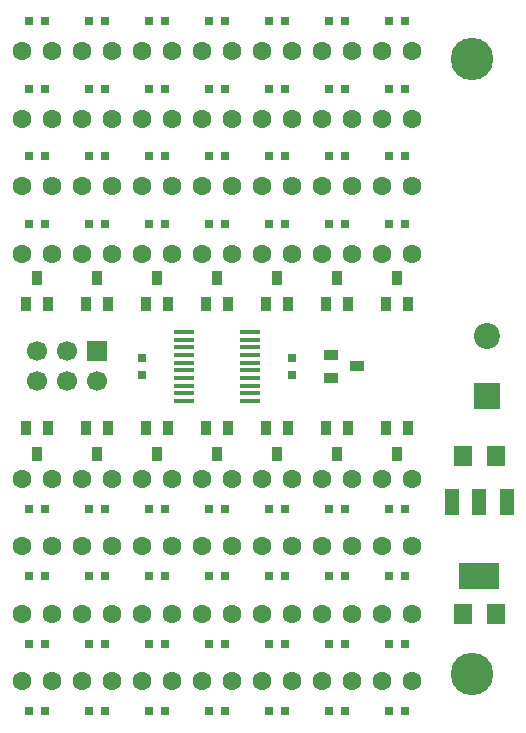
<source format=gts>
%FSLAX34Y34*%
G04 Gerber Fmt 3.4, Leading zero omitted, Abs format*
G04 (created by PCBNEW (2014-03-18 BZR 4754)-product) date Tue 01 Apr 2014 07:33:40 PM CDT*
%MOIN*%
G01*
G70*
G90*
G04 APERTURE LIST*
%ADD10C,0.006000*%
%ADD11C,0.141732*%
%ADD12R,0.027559X0.027559*%
%ADD13R,0.062992X0.070866*%
%ADD14R,0.068504X0.017323*%
%ADD15R,0.047244X0.086614*%
%ADD16R,0.137795X0.086614*%
%ADD17R,0.086614X0.086614*%
%ADD18C,0.086614*%
%ADD19C,0.062992*%
%ADD20R,0.066929X0.066929*%
%ADD21C,0.066929*%
%ADD22R,0.033465X0.049606*%
%ADD23R,0.049606X0.033465*%
G04 APERTURE END LIST*
G54D10*
G54D11*
X59750Y-51250D03*
X59750Y-30750D03*
G54D12*
X48750Y-41275D03*
X48750Y-40724D03*
X53750Y-40724D03*
X53750Y-41275D03*
G54D13*
X59448Y-44000D03*
X60551Y-44000D03*
X60551Y-49250D03*
X59448Y-49250D03*
G54D14*
X50147Y-41895D03*
X50147Y-42151D03*
X50147Y-41639D03*
X50147Y-41383D03*
X50147Y-41127D03*
X50147Y-40872D03*
X50147Y-40616D03*
X50147Y-40360D03*
X52352Y-39848D03*
X52352Y-40104D03*
X52352Y-40360D03*
X52352Y-40616D03*
X52352Y-42151D03*
X52352Y-41895D03*
X52352Y-41639D03*
X52352Y-41383D03*
X52352Y-41127D03*
X52352Y-40872D03*
X50147Y-40104D03*
X50147Y-39848D03*
G54D15*
X60905Y-45529D03*
X60000Y-45529D03*
X59094Y-45529D03*
G54D16*
X60000Y-47970D03*
G54D17*
X60250Y-42000D03*
G54D18*
X60250Y-40000D03*
G54D19*
X44750Y-30500D03*
X45750Y-30500D03*
X44750Y-32750D03*
X45750Y-32750D03*
X44750Y-35000D03*
X45750Y-35000D03*
X44750Y-37250D03*
X45750Y-37250D03*
X44750Y-44750D03*
X45750Y-44750D03*
X44750Y-47000D03*
X45750Y-47000D03*
X44750Y-49250D03*
X45750Y-49250D03*
X44750Y-51500D03*
X45750Y-51500D03*
X46750Y-30500D03*
X47750Y-30500D03*
X46750Y-32750D03*
X47750Y-32750D03*
X46750Y-35000D03*
X47750Y-35000D03*
X46750Y-37250D03*
X47750Y-37250D03*
X46750Y-44750D03*
X47750Y-44750D03*
X46750Y-47000D03*
X47750Y-47000D03*
X46750Y-49250D03*
X47750Y-49250D03*
X46750Y-51500D03*
X47750Y-51500D03*
X48750Y-30500D03*
X49750Y-30500D03*
X48750Y-32750D03*
X49750Y-32750D03*
X48750Y-35000D03*
X49750Y-35000D03*
X48750Y-37250D03*
X49750Y-37250D03*
X48750Y-44750D03*
X49750Y-44750D03*
X48750Y-47000D03*
X49750Y-47000D03*
X48750Y-49250D03*
X49750Y-49250D03*
X48750Y-51500D03*
X49750Y-51500D03*
X50750Y-30500D03*
X51750Y-30500D03*
X50750Y-32750D03*
X51750Y-32750D03*
X50750Y-35000D03*
X51750Y-35000D03*
X50750Y-37250D03*
X51750Y-37250D03*
X50750Y-44750D03*
X51750Y-44750D03*
X50750Y-47000D03*
X51750Y-47000D03*
X50750Y-49250D03*
X51750Y-49250D03*
X50750Y-51500D03*
X51750Y-51500D03*
X52750Y-30500D03*
X53750Y-30500D03*
X52750Y-32750D03*
X53750Y-32750D03*
X52750Y-35000D03*
X53750Y-35000D03*
X52750Y-37250D03*
X53750Y-37250D03*
X52750Y-44750D03*
X53750Y-44750D03*
X52750Y-47000D03*
X53750Y-47000D03*
X52750Y-49250D03*
X53750Y-49250D03*
X52750Y-51500D03*
X53750Y-51500D03*
X54750Y-30500D03*
X55750Y-30500D03*
X54750Y-32750D03*
X55750Y-32750D03*
X54750Y-35000D03*
X55750Y-35000D03*
X54750Y-37250D03*
X55750Y-37250D03*
X54750Y-44750D03*
X55750Y-44750D03*
X54750Y-47000D03*
X55750Y-47000D03*
X54750Y-49250D03*
X55750Y-49250D03*
X54750Y-51500D03*
X55750Y-51500D03*
X56750Y-30500D03*
X57750Y-30500D03*
X56750Y-32750D03*
X57750Y-32750D03*
X56750Y-35000D03*
X57750Y-35000D03*
X56750Y-37250D03*
X57750Y-37250D03*
X56750Y-44750D03*
X57750Y-44750D03*
X56750Y-47000D03*
X57750Y-47000D03*
X56750Y-49250D03*
X57750Y-49250D03*
X56750Y-51500D03*
X57750Y-51500D03*
G54D20*
X47250Y-40500D03*
G54D21*
X47250Y-41500D03*
X46250Y-40500D03*
X46250Y-41500D03*
X45250Y-40500D03*
X45250Y-41500D03*
G54D22*
X45624Y-43066D03*
X45250Y-43933D03*
X44875Y-43066D03*
X47624Y-43066D03*
X47250Y-43933D03*
X46875Y-43066D03*
X56875Y-38933D03*
X57250Y-38066D03*
X57624Y-38933D03*
X54875Y-38933D03*
X55250Y-38066D03*
X55624Y-38933D03*
X49624Y-43066D03*
X49250Y-43933D03*
X48875Y-43066D03*
X51624Y-43066D03*
X51250Y-43933D03*
X50875Y-43066D03*
X52875Y-38933D03*
X53250Y-38066D03*
X53624Y-38933D03*
X50875Y-38933D03*
X51250Y-38066D03*
X51624Y-38933D03*
X53624Y-43066D03*
X53250Y-43933D03*
X52875Y-43066D03*
X55624Y-43066D03*
X55250Y-43933D03*
X54875Y-43066D03*
X48875Y-38933D03*
X49250Y-38066D03*
X49624Y-38933D03*
X46875Y-38933D03*
X47250Y-38066D03*
X47624Y-38933D03*
X57624Y-43066D03*
X57250Y-43933D03*
X56875Y-43066D03*
X44875Y-38933D03*
X45250Y-38066D03*
X45624Y-38933D03*
G54D23*
X55066Y-40625D03*
X55933Y-41000D03*
X55066Y-41374D03*
G54D12*
X45525Y-29500D03*
X44974Y-29500D03*
X45525Y-31750D03*
X44974Y-31750D03*
X45525Y-34000D03*
X44974Y-34000D03*
X45525Y-36250D03*
X44974Y-36250D03*
X45525Y-45750D03*
X44974Y-45750D03*
X45525Y-48000D03*
X44974Y-48000D03*
X45525Y-50250D03*
X44974Y-50250D03*
X45525Y-52500D03*
X44974Y-52500D03*
X47525Y-29500D03*
X46974Y-29500D03*
X47525Y-31750D03*
X46974Y-31750D03*
X47525Y-34000D03*
X46974Y-34000D03*
X47525Y-36250D03*
X46974Y-36250D03*
X47525Y-45750D03*
X46974Y-45750D03*
X47525Y-48000D03*
X46974Y-48000D03*
X47525Y-50250D03*
X46974Y-50250D03*
X47525Y-52500D03*
X46974Y-52500D03*
X49525Y-29500D03*
X48974Y-29500D03*
X49525Y-31750D03*
X48974Y-31750D03*
X49525Y-34000D03*
X48974Y-34000D03*
X49525Y-36250D03*
X48974Y-36250D03*
X49525Y-45750D03*
X48974Y-45750D03*
X49525Y-48000D03*
X48974Y-48000D03*
X49525Y-50250D03*
X48974Y-50250D03*
X49525Y-52500D03*
X48974Y-52500D03*
X51525Y-29500D03*
X50974Y-29500D03*
X51525Y-31750D03*
X50974Y-31750D03*
X51525Y-34000D03*
X50974Y-34000D03*
X51525Y-36250D03*
X50974Y-36250D03*
X51525Y-45750D03*
X50974Y-45750D03*
X51525Y-48000D03*
X50974Y-48000D03*
X51525Y-50250D03*
X50974Y-50250D03*
X51525Y-52500D03*
X50974Y-52500D03*
X53525Y-29500D03*
X52974Y-29500D03*
X53525Y-31750D03*
X52974Y-31750D03*
X53525Y-34000D03*
X52974Y-34000D03*
X53525Y-36250D03*
X52974Y-36250D03*
X53525Y-45750D03*
X52974Y-45750D03*
X53525Y-48000D03*
X52974Y-48000D03*
X53525Y-50250D03*
X52974Y-50250D03*
X53525Y-52500D03*
X52974Y-52500D03*
X55525Y-29500D03*
X54974Y-29500D03*
X55525Y-31750D03*
X54974Y-31750D03*
X55525Y-34000D03*
X54974Y-34000D03*
X55525Y-36250D03*
X54974Y-36250D03*
X55525Y-45750D03*
X54974Y-45750D03*
X55525Y-48000D03*
X54974Y-48000D03*
X55525Y-50250D03*
X54974Y-50250D03*
X55525Y-52500D03*
X54974Y-52500D03*
X57525Y-29500D03*
X56974Y-29500D03*
X57525Y-31750D03*
X56974Y-31750D03*
X57525Y-34000D03*
X56974Y-34000D03*
X57525Y-36250D03*
X56974Y-36250D03*
X57525Y-45750D03*
X56974Y-45750D03*
X57525Y-48000D03*
X56974Y-48000D03*
X57525Y-50250D03*
X56974Y-50250D03*
X57525Y-52500D03*
X56974Y-52500D03*
M02*

</source>
